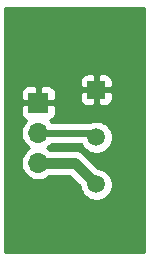
<source format=gtl>
%TF.GenerationSoftware,KiCad,Pcbnew,(5.1.10)-1*%
%TF.CreationDate,2021-08-05T17:53:58+02:00*%
%TF.ProjectId,mp3_buttons_pcb_Vlm_side,6d70335f-6275-4747-946f-6e735f706362,rev?*%
%TF.SameCoordinates,Original*%
%TF.FileFunction,Copper,L1,Top*%
%TF.FilePolarity,Positive*%
%FSLAX46Y46*%
G04 Gerber Fmt 4.6, Leading zero omitted, Abs format (unit mm)*
G04 Created by KiCad (PCBNEW (5.1.10)-1) date 2021-08-05 17:53:58*
%MOMM*%
%LPD*%
G01*
G04 APERTURE LIST*
%TA.AperFunction,ComponentPad*%
%ADD10R,1.508000X1.508000*%
%TD*%
%TA.AperFunction,ComponentPad*%
%ADD11C,1.508000*%
%TD*%
%TA.AperFunction,ComponentPad*%
%ADD12R,1.700000X1.700000*%
%TD*%
%TA.AperFunction,ComponentPad*%
%ADD13O,1.700000X1.700000*%
%TD*%
%TA.AperFunction,Conductor*%
%ADD14C,0.600000*%
%TD*%
%TA.AperFunction,Conductor*%
%ADD15C,0.900000*%
%TD*%
%TA.AperFunction,Conductor*%
%ADD16C,0.254000*%
%TD*%
%TA.AperFunction,Conductor*%
%ADD17C,0.100000*%
%TD*%
G04 APERTURE END LIST*
D10*
%TO.P,RV1,1*%
%TO.N,GND*%
X201376280Y-136355320D03*
D11*
%TO.P,RV1,2*%
%TO.N,Net-(J1-Pad2)*%
X201376280Y-140355320D03*
%TO.P,RV1,3*%
%TO.N,+5V*%
X201376280Y-144355320D03*
%TD*%
D12*
%TO.P,J1,1*%
%TO.N,GND*%
X196469000Y-137457180D03*
D13*
%TO.P,J1,2*%
%TO.N,Net-(J1-Pad2)*%
X196469000Y-139997180D03*
%TO.P,J1,3*%
%TO.N,+5V*%
X196469000Y-142537180D03*
%TD*%
D14*
%TO.N,Net-(J1-Pad2)*%
X201018140Y-139997180D02*
X201376280Y-140355320D01*
X196469000Y-139997180D02*
X201018140Y-139997180D01*
D15*
%TO.N,+5V*%
X199558140Y-142537180D02*
X201376280Y-144355320D01*
X196469000Y-142537180D02*
X199558140Y-142537180D01*
%TD*%
D16*
%TO.N,GND*%
X205318425Y-129411140D02*
X205347815Y-129420013D01*
X205374911Y-129434421D01*
X205398697Y-129453820D01*
X205418262Y-129477470D01*
X205432862Y-129504471D01*
X205441938Y-129533793D01*
X205448312Y-129594439D01*
X205445938Y-150071344D01*
X205442722Y-150104147D01*
X205442581Y-150104614D01*
X205442353Y-150105044D01*
X205442045Y-150105421D01*
X205441674Y-150105728D01*
X205441243Y-150105961D01*
X205440779Y-150106104D01*
X205410242Y-150109314D01*
X193661900Y-150106915D01*
X193661900Y-138307180D01*
X194980928Y-138307180D01*
X194993188Y-138431662D01*
X195029498Y-138551360D01*
X195088463Y-138661674D01*
X195167815Y-138758365D01*
X195264506Y-138837717D01*
X195374820Y-138896682D01*
X195447380Y-138918693D01*
X195315525Y-139050548D01*
X195153010Y-139293769D01*
X195041068Y-139564022D01*
X194984000Y-139850920D01*
X194984000Y-140143440D01*
X195041068Y-140430338D01*
X195153010Y-140700591D01*
X195315525Y-140943812D01*
X195522368Y-141150655D01*
X195696760Y-141267180D01*
X195522368Y-141383705D01*
X195315525Y-141590548D01*
X195153010Y-141833769D01*
X195041068Y-142104022D01*
X194984000Y-142390920D01*
X194984000Y-142683440D01*
X195041068Y-142970338D01*
X195153010Y-143240591D01*
X195315525Y-143483812D01*
X195522368Y-143690655D01*
X195765589Y-143853170D01*
X196035842Y-143965112D01*
X196322740Y-144022180D01*
X196615260Y-144022180D01*
X196902158Y-143965112D01*
X197172411Y-143853170D01*
X197415632Y-143690655D01*
X197484107Y-143622180D01*
X199108719Y-143622180D01*
X199989420Y-144502881D01*
X200040658Y-144760476D01*
X200145364Y-145013258D01*
X200297373Y-145240756D01*
X200490844Y-145434227D01*
X200718342Y-145586236D01*
X200971124Y-145690942D01*
X201239475Y-145744320D01*
X201513085Y-145744320D01*
X201781436Y-145690942D01*
X202034218Y-145586236D01*
X202261716Y-145434227D01*
X202455187Y-145240756D01*
X202607196Y-145013258D01*
X202711902Y-144760476D01*
X202765280Y-144492125D01*
X202765280Y-144218515D01*
X202711902Y-143950164D01*
X202607196Y-143697382D01*
X202455187Y-143469884D01*
X202261716Y-143276413D01*
X202034218Y-143124404D01*
X201781436Y-143019698D01*
X201523841Y-142968460D01*
X200363035Y-141807654D01*
X200329062Y-141766258D01*
X200163850Y-141630671D01*
X199975360Y-141529921D01*
X199770837Y-141467880D01*
X199611434Y-141452180D01*
X199611426Y-141452180D01*
X199558140Y-141446932D01*
X199504854Y-141452180D01*
X197484107Y-141452180D01*
X197415632Y-141383705D01*
X197241240Y-141267180D01*
X197415632Y-141150655D01*
X197622475Y-140943812D01*
X197630247Y-140932180D01*
X200111780Y-140932180D01*
X200145364Y-141013258D01*
X200297373Y-141240756D01*
X200490844Y-141434227D01*
X200718342Y-141586236D01*
X200971124Y-141690942D01*
X201239475Y-141744320D01*
X201513085Y-141744320D01*
X201781436Y-141690942D01*
X202034218Y-141586236D01*
X202261716Y-141434227D01*
X202455187Y-141240756D01*
X202607196Y-141013258D01*
X202711902Y-140760476D01*
X202765280Y-140492125D01*
X202765280Y-140218515D01*
X202711902Y-139950164D01*
X202607196Y-139697382D01*
X202455187Y-139469884D01*
X202261716Y-139276413D01*
X202034218Y-139124404D01*
X201781436Y-139019698D01*
X201513085Y-138966320D01*
X201239475Y-138966320D01*
X200971124Y-139019698D01*
X200868564Y-139062180D01*
X197630247Y-139062180D01*
X197622475Y-139050548D01*
X197490620Y-138918693D01*
X197563180Y-138896682D01*
X197673494Y-138837717D01*
X197770185Y-138758365D01*
X197849537Y-138661674D01*
X197908502Y-138551360D01*
X197944812Y-138431662D01*
X197957072Y-138307180D01*
X197954000Y-137742930D01*
X197795250Y-137584180D01*
X196596000Y-137584180D01*
X196596000Y-137604180D01*
X196342000Y-137604180D01*
X196342000Y-137584180D01*
X195142750Y-137584180D01*
X194984000Y-137742930D01*
X194980928Y-138307180D01*
X193661900Y-138307180D01*
X193661900Y-136607180D01*
X194980928Y-136607180D01*
X194984000Y-137171430D01*
X195142750Y-137330180D01*
X196342000Y-137330180D01*
X196342000Y-136130930D01*
X196596000Y-136130930D01*
X196596000Y-137330180D01*
X197795250Y-137330180D01*
X197954000Y-137171430D01*
X197954338Y-137109320D01*
X199984208Y-137109320D01*
X199996468Y-137233802D01*
X200032778Y-137353500D01*
X200091743Y-137463814D01*
X200171095Y-137560505D01*
X200267786Y-137639857D01*
X200378100Y-137698822D01*
X200497798Y-137735132D01*
X200622280Y-137747392D01*
X201090530Y-137744320D01*
X201249280Y-137585570D01*
X201249280Y-136482320D01*
X201503280Y-136482320D01*
X201503280Y-137585570D01*
X201662030Y-137744320D01*
X202130280Y-137747392D01*
X202254762Y-137735132D01*
X202374460Y-137698822D01*
X202484774Y-137639857D01*
X202581465Y-137560505D01*
X202660817Y-137463814D01*
X202719782Y-137353500D01*
X202756092Y-137233802D01*
X202768352Y-137109320D01*
X202765280Y-136641070D01*
X202606530Y-136482320D01*
X201503280Y-136482320D01*
X201249280Y-136482320D01*
X200146030Y-136482320D01*
X199987280Y-136641070D01*
X199984208Y-137109320D01*
X197954338Y-137109320D01*
X197957072Y-136607180D01*
X197944812Y-136482698D01*
X197908502Y-136363000D01*
X197849537Y-136252686D01*
X197770185Y-136155995D01*
X197673494Y-136076643D01*
X197563180Y-136017678D01*
X197443482Y-135981368D01*
X197319000Y-135969108D01*
X196754750Y-135972180D01*
X196596000Y-136130930D01*
X196342000Y-136130930D01*
X196183250Y-135972180D01*
X195619000Y-135969108D01*
X195494518Y-135981368D01*
X195374820Y-136017678D01*
X195264506Y-136076643D01*
X195167815Y-136155995D01*
X195088463Y-136252686D01*
X195029498Y-136363000D01*
X194993188Y-136482698D01*
X194980928Y-136607180D01*
X193661900Y-136607180D01*
X193661900Y-135601320D01*
X199984208Y-135601320D01*
X199987280Y-136069570D01*
X200146030Y-136228320D01*
X201249280Y-136228320D01*
X201249280Y-135125070D01*
X201503280Y-135125070D01*
X201503280Y-136228320D01*
X202606530Y-136228320D01*
X202765280Y-136069570D01*
X202768352Y-135601320D01*
X202756092Y-135476838D01*
X202719782Y-135357140D01*
X202660817Y-135246826D01*
X202581465Y-135150135D01*
X202484774Y-135070783D01*
X202374460Y-135011818D01*
X202254762Y-134975508D01*
X202130280Y-134963248D01*
X201662030Y-134966320D01*
X201503280Y-135125070D01*
X201249280Y-135125070D01*
X201090530Y-134966320D01*
X200622280Y-134963248D01*
X200497798Y-134975508D01*
X200378100Y-135011818D01*
X200267786Y-135070783D01*
X200171095Y-135150135D01*
X200091743Y-135246826D01*
X200032778Y-135357140D01*
X199996468Y-135476838D01*
X199984208Y-135601320D01*
X193661900Y-135601320D01*
X193661900Y-129407383D01*
X205255667Y-129404986D01*
X205318425Y-129411140D01*
%TA.AperFunction,Conductor*%
D17*
G36*
X205318425Y-129411140D02*
G01*
X205347815Y-129420013D01*
X205374911Y-129434421D01*
X205398697Y-129453820D01*
X205418262Y-129477470D01*
X205432862Y-129504471D01*
X205441938Y-129533793D01*
X205448312Y-129594439D01*
X205445938Y-150071344D01*
X205442722Y-150104147D01*
X205442581Y-150104614D01*
X205442353Y-150105044D01*
X205442045Y-150105421D01*
X205441674Y-150105728D01*
X205441243Y-150105961D01*
X205440779Y-150106104D01*
X205410242Y-150109314D01*
X193661900Y-150106915D01*
X193661900Y-138307180D01*
X194980928Y-138307180D01*
X194993188Y-138431662D01*
X195029498Y-138551360D01*
X195088463Y-138661674D01*
X195167815Y-138758365D01*
X195264506Y-138837717D01*
X195374820Y-138896682D01*
X195447380Y-138918693D01*
X195315525Y-139050548D01*
X195153010Y-139293769D01*
X195041068Y-139564022D01*
X194984000Y-139850920D01*
X194984000Y-140143440D01*
X195041068Y-140430338D01*
X195153010Y-140700591D01*
X195315525Y-140943812D01*
X195522368Y-141150655D01*
X195696760Y-141267180D01*
X195522368Y-141383705D01*
X195315525Y-141590548D01*
X195153010Y-141833769D01*
X195041068Y-142104022D01*
X194984000Y-142390920D01*
X194984000Y-142683440D01*
X195041068Y-142970338D01*
X195153010Y-143240591D01*
X195315525Y-143483812D01*
X195522368Y-143690655D01*
X195765589Y-143853170D01*
X196035842Y-143965112D01*
X196322740Y-144022180D01*
X196615260Y-144022180D01*
X196902158Y-143965112D01*
X197172411Y-143853170D01*
X197415632Y-143690655D01*
X197484107Y-143622180D01*
X199108719Y-143622180D01*
X199989420Y-144502881D01*
X200040658Y-144760476D01*
X200145364Y-145013258D01*
X200297373Y-145240756D01*
X200490844Y-145434227D01*
X200718342Y-145586236D01*
X200971124Y-145690942D01*
X201239475Y-145744320D01*
X201513085Y-145744320D01*
X201781436Y-145690942D01*
X202034218Y-145586236D01*
X202261716Y-145434227D01*
X202455187Y-145240756D01*
X202607196Y-145013258D01*
X202711902Y-144760476D01*
X202765280Y-144492125D01*
X202765280Y-144218515D01*
X202711902Y-143950164D01*
X202607196Y-143697382D01*
X202455187Y-143469884D01*
X202261716Y-143276413D01*
X202034218Y-143124404D01*
X201781436Y-143019698D01*
X201523841Y-142968460D01*
X200363035Y-141807654D01*
X200329062Y-141766258D01*
X200163850Y-141630671D01*
X199975360Y-141529921D01*
X199770837Y-141467880D01*
X199611434Y-141452180D01*
X199611426Y-141452180D01*
X199558140Y-141446932D01*
X199504854Y-141452180D01*
X197484107Y-141452180D01*
X197415632Y-141383705D01*
X197241240Y-141267180D01*
X197415632Y-141150655D01*
X197622475Y-140943812D01*
X197630247Y-140932180D01*
X200111780Y-140932180D01*
X200145364Y-141013258D01*
X200297373Y-141240756D01*
X200490844Y-141434227D01*
X200718342Y-141586236D01*
X200971124Y-141690942D01*
X201239475Y-141744320D01*
X201513085Y-141744320D01*
X201781436Y-141690942D01*
X202034218Y-141586236D01*
X202261716Y-141434227D01*
X202455187Y-141240756D01*
X202607196Y-141013258D01*
X202711902Y-140760476D01*
X202765280Y-140492125D01*
X202765280Y-140218515D01*
X202711902Y-139950164D01*
X202607196Y-139697382D01*
X202455187Y-139469884D01*
X202261716Y-139276413D01*
X202034218Y-139124404D01*
X201781436Y-139019698D01*
X201513085Y-138966320D01*
X201239475Y-138966320D01*
X200971124Y-139019698D01*
X200868564Y-139062180D01*
X197630247Y-139062180D01*
X197622475Y-139050548D01*
X197490620Y-138918693D01*
X197563180Y-138896682D01*
X197673494Y-138837717D01*
X197770185Y-138758365D01*
X197849537Y-138661674D01*
X197908502Y-138551360D01*
X197944812Y-138431662D01*
X197957072Y-138307180D01*
X197954000Y-137742930D01*
X197795250Y-137584180D01*
X196596000Y-137584180D01*
X196596000Y-137604180D01*
X196342000Y-137604180D01*
X196342000Y-137584180D01*
X195142750Y-137584180D01*
X194984000Y-137742930D01*
X194980928Y-138307180D01*
X193661900Y-138307180D01*
X193661900Y-136607180D01*
X194980928Y-136607180D01*
X194984000Y-137171430D01*
X195142750Y-137330180D01*
X196342000Y-137330180D01*
X196342000Y-136130930D01*
X196596000Y-136130930D01*
X196596000Y-137330180D01*
X197795250Y-137330180D01*
X197954000Y-137171430D01*
X197954338Y-137109320D01*
X199984208Y-137109320D01*
X199996468Y-137233802D01*
X200032778Y-137353500D01*
X200091743Y-137463814D01*
X200171095Y-137560505D01*
X200267786Y-137639857D01*
X200378100Y-137698822D01*
X200497798Y-137735132D01*
X200622280Y-137747392D01*
X201090530Y-137744320D01*
X201249280Y-137585570D01*
X201249280Y-136482320D01*
X201503280Y-136482320D01*
X201503280Y-137585570D01*
X201662030Y-137744320D01*
X202130280Y-137747392D01*
X202254762Y-137735132D01*
X202374460Y-137698822D01*
X202484774Y-137639857D01*
X202581465Y-137560505D01*
X202660817Y-137463814D01*
X202719782Y-137353500D01*
X202756092Y-137233802D01*
X202768352Y-137109320D01*
X202765280Y-136641070D01*
X202606530Y-136482320D01*
X201503280Y-136482320D01*
X201249280Y-136482320D01*
X200146030Y-136482320D01*
X199987280Y-136641070D01*
X199984208Y-137109320D01*
X197954338Y-137109320D01*
X197957072Y-136607180D01*
X197944812Y-136482698D01*
X197908502Y-136363000D01*
X197849537Y-136252686D01*
X197770185Y-136155995D01*
X197673494Y-136076643D01*
X197563180Y-136017678D01*
X197443482Y-135981368D01*
X197319000Y-135969108D01*
X196754750Y-135972180D01*
X196596000Y-136130930D01*
X196342000Y-136130930D01*
X196183250Y-135972180D01*
X195619000Y-135969108D01*
X195494518Y-135981368D01*
X195374820Y-136017678D01*
X195264506Y-136076643D01*
X195167815Y-136155995D01*
X195088463Y-136252686D01*
X195029498Y-136363000D01*
X194993188Y-136482698D01*
X194980928Y-136607180D01*
X193661900Y-136607180D01*
X193661900Y-135601320D01*
X199984208Y-135601320D01*
X199987280Y-136069570D01*
X200146030Y-136228320D01*
X201249280Y-136228320D01*
X201249280Y-135125070D01*
X201503280Y-135125070D01*
X201503280Y-136228320D01*
X202606530Y-136228320D01*
X202765280Y-136069570D01*
X202768352Y-135601320D01*
X202756092Y-135476838D01*
X202719782Y-135357140D01*
X202660817Y-135246826D01*
X202581465Y-135150135D01*
X202484774Y-135070783D01*
X202374460Y-135011818D01*
X202254762Y-134975508D01*
X202130280Y-134963248D01*
X201662030Y-134966320D01*
X201503280Y-135125070D01*
X201249280Y-135125070D01*
X201090530Y-134966320D01*
X200622280Y-134963248D01*
X200497798Y-134975508D01*
X200378100Y-135011818D01*
X200267786Y-135070783D01*
X200171095Y-135150135D01*
X200091743Y-135246826D01*
X200032778Y-135357140D01*
X199996468Y-135476838D01*
X199984208Y-135601320D01*
X193661900Y-135601320D01*
X193661900Y-129407383D01*
X205255667Y-129404986D01*
X205318425Y-129411140D01*
G37*
%TD.AperFunction*%
%TD*%
M02*

</source>
